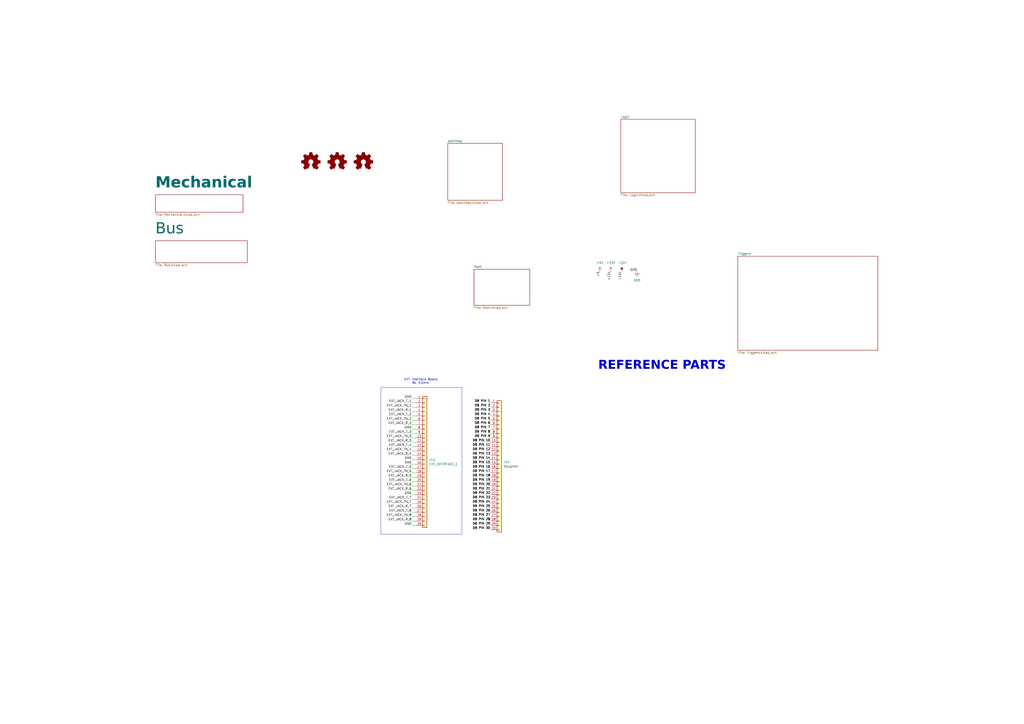
<source format=kicad_sch>
(kicad_sch (version 20231120) (generator "eeschema") (generator_version "8.0")
  (paper "A2")
  (title_block (title "Audio Thing Template") (date "2024-11-13") (rev "1.0") (company "velvia-fifty") (comment 1 "https://github.com/velvia-fifty/AudioThings") (comment 2 "You should have changed this already :)") (comment 4 "Stay humble"))
  (lib_symbols
    (symbol "Connector_Generic:Conn_01x30" (pin_names (offset 1.016) hide)
      (property "Reference" "J" (at 0 38.1 0))
      (property "Value" "Conn_01x30" (at 0 -40.64 0))
      (symbol "Conn_01x30_1_1"
        (rectangle (start -1.27 -37.973) (end 0 -38.227) (stroke (width 0.1524)))
        (rectangle (start -1.27 -35.433) (end 0 -35.687) (stroke (width 0.1524)))
        (rectangle (start -1.27 -32.893) (end 0 -33.147) (stroke (width 0.1524)))
        (rectangle (start -1.27 -30.353) (end 0 -30.607) (stroke (width 0.1524)))
        (rectangle (start -1.27 -27.813) (end 0 -28.067) (stroke (width 0.1524)))
        (rectangle (start -1.27 -25.273) (end 0 -25.527) (stroke (width 0.1524)))
        (rectangle (start -1.27 -22.733) (end 0 -22.987) (stroke (width 0.1524)))
        (rectangle (start -1.27 -20.193) (end 0 -20.447) (stroke (width 0.1524)))
        (rectangle (start -1.27 -17.653) (end 0 -17.907) (stroke (width 0.1524)))
        (rectangle (start -1.27 -15.113) (end 0 -15.367) (stroke (width 0.1524)))
        (rectangle (start -1.27 -12.573) (end 0 -12.827) (stroke (width 0.1524)))
        (rectangle (start -1.27 -10.033) (end 0 -10.287) (stroke (width 0.1524)))
        (rectangle (start -1.27 -7.493) (end 0 -7.747) (stroke (width 0.1524)))
        (rectangle (start -1.27 -4.953) (end 0 -5.207) (stroke (width 0.1524)))
        (rectangle (start -1.27 -2.413) (end 0 -2.667) (stroke (width 0.1524)))
        (rectangle (start -1.27 0.127) (end 0 -0.127) (stroke (width 0.1524)))
        (rectangle (start -1.27 2.667) (end 0 2.413) (stroke (width 0.1524)))
        (rectangle (start -1.27 5.207) (end 0 4.953) (stroke (width 0.1524)))
        (rectangle (start -1.27 7.747) (end 0 7.493) (stroke (width 0.1524)))
        (rectangle (start -1.27 10.287) (end 0 10.033) (stroke (width 0.1524)))
        (rectangle (start -1.27 12.827) (end 0 12.573) (stroke (width 0.1524)))
        (rectangle (start -1.27 15.367) (end 0 15.113) (stroke (width 0.1524)))
        (rectangle (start -1.27 17.907) (end 0 17.653) (stroke (width 0.1524)))
        (rectangle (start -1.27 20.447) (end 0 20.193) (stroke (width 0.1524)))
        (rectangle (start -1.27 22.987) (end 0 22.733) (stroke (width 0.1524)))
        (rectangle (start -1.27 25.527) (end 0 25.273) (stroke (width 0.1524)))
        (rectangle (start -1.27 28.067) (end 0 27.813) (stroke (width 0.1524)))
        (rectangle (start -1.27 30.607) (end 0 30.353) (stroke (width 0.1524)))
        (rectangle (start -1.27 33.147) (end 0 32.893) (stroke (width 0.1524)))
        (rectangle (start -1.27 35.687) (end 0 35.433) (stroke (width 0.1524)))
        (rectangle (start -1.27 36.83) (end 1.27 -39.37) (stroke (width 0.254)) (fill (type background)))
        (pin passive line (at -5.08 35.56 0) (length 3.81) (name "Pin_1") (number "1"))
        (pin passive line (at -5.08 12.7 0) (length 3.81) (name "Pin_10") (number "10"))
        (pin passive line (at -5.08 10.16 0) (length 3.81) (name "Pin_11") (number "11"))
        (pin passive line (at -5.08 7.62 0) (length 3.81) (name "Pin_12") (number "12"))
        (pin passive line (at -5.08 5.08 0) (length 3.81) (name "Pin_13") (number "13"))
        (pin passive line (at -5.08 2.54 0) (length 3.81) (name "Pin_14") (number "14"))
        (pin passive line (at -5.08 0 0) (length 3.81) (name "Pin_15") (number "15"))
        (pin passive line (at -5.08 -2.54 0) (length 3.81) (name "Pin_16") (number "16"))
        (pin passive line (at -5.08 -5.08 0) (length 3.81) (name "Pin_17") (number "17"))
        (pin passive line (at -5.08 -7.62 0) (length 3.81) (name "Pin_18") (number "18"))
        (pin passive line (at -5.08 -10.16 0) (length 3.81) (name "Pin_19") (number "19"))
        (pin passive line (at -5.08 33.02 0) (length 3.81) (name "Pin_2") (number "2"))
        (pin passive line (at -5.08 -12.7 0) (length 3.81) (name "Pin_20") (number "20"))
        (pin passive line (at -5.08 -15.24 0) (length 3.81) (name "Pin_21") (number "21"))
        (pin passive line (at -5.08 -17.78 0) (length 3.81) (name "Pin_22") (number "22"))
        (pin passive line (at -5.08 -20.32 0) (length 3.81) (name "Pin_23") (number "23"))
        (pin passive line (at -5.08 -22.86 0) (length 3.81) (name "Pin_24") (number "24"))
        (pin passive line (at -5.08 -25.4 0) (length 3.81) (name "Pin_25") (number "25"))
        (pin passive line (at -5.08 -27.94 0) (length 3.81) (name "Pin_26") (number "26"))
        (pin passive line (at -5.08 -30.48 0) (length 3.81) (name "Pin_27") (number "27"))
        (pin passive line (at -5.08 -33.02 0) (length 3.81) (name "Pin_28") (number "28"))
        (pin passive line (at -5.08 -35.56 0) (length 3.81) (name "Pin_29") (number "29"))
        (pin passive line (at -5.08 30.48 0) (length 3.81) (name "Pin_3") (number "3"))
        (pin passive line (at -5.08 -38.1 0) (length 3.81) (name "Pin_30") (number "30"))
        (pin passive line (at -5.08 27.94 0) (length 3.81) (name "Pin_4") (number "4"))
        (pin passive line (at -5.08 25.4 0) (length 3.81) (name "Pin_5") (number "5"))
        (pin passive line (at -5.08 22.86 0) (length 3.81) (name "Pin_6") (number "6"))
        (pin passive line (at -5.08 20.32 0) (length 3.81) (name "Pin_7") (number "7"))
        (pin passive line (at -5.08 17.78 0) (length 3.81) (name "Pin_8") (number "8"))
        (pin passive line (at -5.08 15.24 0) (length 3.81) (name "Pin_9") (number "9"))
      )
    )
    (symbol "Graphic:Logo_Open_Hardware_Small" (in_bom no) (on_board no)
      (symbol "Logo_Open_Hardware_Small_0_1"
        (polyline (pts (xy 3.3528 -4.3434) (xy 3.302 -4.318) (xy 3.175 -4.2418) (xy 2.9972 -4.1148) (xy 2.7686 -3.9624) (xy 2.54 -3.81) (xy 2.3622 -3.7084) (xy 2.2352 -3.6068) (xy 2.1844 -3.5814) (xy 2.159 -3.6068) (xy 2.0574 -3.6576) (xy 1.905 -3.7338) (xy 1.8034 -3.7846) (xy 1.6764 -3.8354) (xy 1.6002 -3.8354) (xy 1.6002 -3.8354) (xy 1.5494 -3.7338) (xy 1.4732 -3.5306) (xy 1.3462 -3.302) (xy 1.2446 -3.0226) (xy 1.1176 -2.7178) (xy 0.9652 -2.413) (xy 0.8636 -2.1082) (xy 0.7366 -1.8288) (xy 0.6604 -1.6256) (xy 0.6096 -1.4732) (xy 0.5842 -1.397) (xy 0.5842 -1.397) (xy 0.6604 -1.3208) (xy 0.7874 -1.2446) (xy 1.0414 -1.016) (xy 1.2954 -0.6858) (xy 1.4478 -0.3302) (xy 1.524 0.0762) (xy 1.4732 0.4572) (xy 1.3208 0.8128) (xy 1.0668 1.143) (xy 0.762 1.3716) (xy 0.4064 1.524) (xy 0 1.5748) (xy -0.381 1.5494) (xy -0.7366 1.397) (xy -1.0668 1.143) (xy -1.2192 0.9906) (xy -1.397 0.6604) (xy -1.524 0.3048) (xy -1.524 0.2286) (xy -1.4986 -0.1778) (xy -1.397 -0.5334) (xy -1.1938 -0.8636) (xy -0.9144 -1.143) (xy -0.8636 -1.1684) (xy -0.7366 -1.27) (xy -0.635 -1.3462) (xy -0.5842 -1.397) (xy -1.0668 -2.5908) (xy -1.143 -2.794) (xy -1.2954 -3.1242) (xy -1.397 -3.4036) (xy -1.4986 -3.6322) (xy -1.5748 -3.7846) (xy -1.6002 -3.8354) (xy -1.6002 -3.8354) (xy -1.651 -3.8354) (xy -1.7272 -3.81) (xy -1.905 -3.7338) (xy -2.0066 -3.683) (xy -2.1336 -3.6068) (xy -2.2098 -3.5814) (xy -2.2606 -3.6068) (xy -2.3622 -3.683) (xy -2.54 -3.81) (xy -2.7686 -3.9624) (xy -2.9718 -4.0894) (xy -3.1496 -4.2164) (xy -3.302 -4.318) (xy -3.3528 -4.3434) (xy -3.3782 -4.3434) (xy -3.429 -4.318) (xy -3.5306 -4.2164) (xy -3.7084 -4.064) (xy -3.937 -3.8354) (xy -3.9624 -3.81) (xy -4.1656 -3.6068) (xy -4.318 -3.4544) (xy -4.4196 -3.3274) (xy -4.445 -3.2766) (xy -4.445 -3.2766) (xy -4.4196 -3.2258) (xy -4.318 -3.0734) (xy -4.2164 -2.8956) (xy -4.064 -2.667) (xy -3.6576 -2.0828) (xy -3.8862 -1.5494) (xy -3.937 -1.3716) (xy -4.0386 -1.1684) (xy -4.0894 -1.0414) (xy -4.1148 -0.9652) (xy -4.191 -0.9398) (xy -4.318 -0.9144) (xy -4.5466 -0.8636) (xy -4.8006 -0.8128) (xy -5.0546 -0.7874) (xy -5.2578 -0.7366) (xy -5.4356 -0.7112) (xy -5.5118 -0.6858) (xy -5.5118 -0.6858) (xy -5.5372 -0.635) (xy -5.5372 -0.5588) (xy -5.5372 -0.4318) (xy -5.5626 -0.2286) (xy -5.5626 0.0762) (xy -5.5626 0.127) (xy -5.5372 0.4064) (xy -5.5372 0.635) (xy -5.5372 0.762) (xy -5.5372 0.8382) (xy -5.5372 0.8382) (xy -5.461 0.8382) (xy -5.3086 0.889) (xy -5.08 0.9144) (xy -4.826 0.9652) (xy -4.8006 0.9906) (xy -4.5466 1.0414) (xy -4.318 1.0668) (xy -4.1656 1.1176) (xy -4.0894 1.143) (xy -4.0894 1.143) (xy -4.0386 1.2446) (xy -3.9624 1.4224) (xy -3.8608 1.6256) (xy -3.7846 1.8288) (xy -3.7084 2.0066) (xy -3.6576 2.159) (xy -3.6322 2.2098) (xy -3.6322 2.2098) (xy -3.683 2.286) (xy -3.7592 2.413) (xy -3.8862 2.5908) (xy -4.064 2.8194) (xy -4.064 2.8448) (xy -4.2164 3.0734) (xy -4.3434 3.2512) (xy -4.4196 3.3782) (xy -4.445 3.4544) (xy -4.445 3.4544) (xy -4.3942 3.5052) (xy -4.2926 3.6322) (xy -4.1148 3.81) (xy -3.937 4.0132) (xy -3.8608 4.064) (xy -3.6576 4.2926) (xy -3.5052 4.4196) (xy -3.4036 4.4958) (xy -3.3528 4.5212) (xy -3.3528 4.5212) (xy -3.302 4.4704) (xy -3.1496 4.3688) (xy -2.9718 4.2418) (xy -2.7432 4.0894) (xy -2.7178 4.0894) (xy -2.4892 3.937) (xy -2.3114 3.81) (xy -2.1844 3.7084) (xy -2.1336 3.683) (xy -2.1082 3.683) (xy -2.032 3.7084) (xy -1.8542 3.7592) (xy -1.6764 3.8354) (xy -1.4732 3.937) (xy -1.27 4.0132) (xy -1.143 4.064) (xy -1.0668 4.1148) (xy -1.0668 4.1148) (xy -1.0414 4.191) (xy -1.016 4.3434) (xy -0.9652 4.572) (xy -0.9144 4.8514) (xy -0.889 4.9022) (xy -0.8382 5.1562) (xy -0.8128 5.3848) (xy -0.7874 5.5372) (xy -0.762 5.588) (xy -0.7112 5.6134) (xy -0.5842 5.6134) (xy -0.4064 5.6134) (xy -0.1524 5.6134) (xy 0.0762 5.6134) (xy 0.3302 5.6134) (xy 0.5334 5.6134) (xy 0.6858 5.588) (xy 0.7366 5.588) (xy 0.7366 5.588) (xy 0.762 5.5118) (xy 0.8128 5.334) (xy 0.8382 5.1054) (xy 0.9144 4.826) (xy 0.9144 4.7752) (xy 0.9652 4.5212) (xy 1.016 4.2926) (xy 1.0414 4.1402) (xy 1.0668 4.0894) (xy 1.0668 4.0894) (xy 1.1938 4.0386) (xy 1.3716 3.9624) (xy 1.5748 3.8608) (xy 2.0828 3.6576) (xy 2.7178 4.0894) (xy 2.7686 4.1402) (xy 2.9972 4.2926) (xy 3.175 4.4196) (xy 3.302 4.4958) (xy 3.3782 4.5212) (xy 3.3782 4.5212) (xy 3.429 4.4704) (xy 3.556 4.3434) (xy 3.7338 4.191) (xy 3.9116 3.9878) (xy 4.064 3.8354) (xy 4.2418 3.6576) (xy 4.3434 3.556) (xy 4.4196 3.4798) (xy 4.4196 3.429) (xy 4.4196 3.4036) (xy 4.3942 3.3274) (xy 4.2926 3.2004) (xy 4.1656 2.9972) (xy 4.0132 2.794) (xy 3.8862 2.5908) (xy 3.7592 2.3876) (xy 3.6576 2.2352) (xy 3.6322 2.159) (xy 3.6322 2.1336) (xy 3.683 2.0066) (xy 3.7592 1.8288) (xy 3.8608 1.6002) (xy 4.064 1.1176) (xy 4.3942 1.0414) (xy 4.5974 1.016) (xy 4.8768 0.9652) (xy 5.1308 0.9144) (xy 5.5372 0.8382) (xy 5.5626 -0.6604) (xy 5.4864 -0.6858) (xy 5.4356 -0.6858) (xy 5.2832 -0.7366) (xy 5.0546 -0.762) (xy 4.8006 -0.8128) (xy 4.5974 -0.8636) (xy 4.3688 -0.9144) (xy 4.2164 -0.9398) (xy 4.1402 -0.9398) (xy 4.1148 -0.9652) (xy 4.064 -1.0668) (xy 3.9878 -1.2446) (xy 3.9116 -1.4478) (xy 3.81 -1.651) (xy 3.7338 -1.8542) (xy 3.683 -2.0066) (xy 3.6576 -2.0828) (xy 3.683 -2.1336) (xy 3.7846 -2.2606) (xy 3.8862 -2.4638) (xy 4.0386 -2.667) (xy 4.191 -2.8956) (xy 4.318 -3.0734) (xy 4.3942 -3.2004) (xy 4.445 -3.2766) (xy 4.4196 -3.3274) (xy 4.3434 -3.429) (xy 4.1656 -3.5814) (xy 3.937 -3.8354) (xy 3.8862 -3.8608) (xy 3.683 -4.064) (xy 3.5306 -4.2164) (xy 3.4036 -4.318) (xy 3.3528 -4.3434)) (fill (type outline)))
      )
    )
    (symbol "power:+12V" (power) (pin_numbers hide) (pin_names (offset 0) hide)
      (property "Value" "+12V" (at 0 3.556 0))
      (symbol "+12V_0_1"
        (polyline (pts (xy -0.762 1.27) (xy 0 2.54)))
        (polyline (pts (xy 0 0) (xy 0 2.54)))
        (polyline (pts (xy 0 2.54) (xy 0.762 1.27)))
      )
      (symbol "+12V_1_1"
        (pin power_in line (at 0 0 90) (length 0) (name "~") (number "1"))
      )
    )
    (symbol "power:+5V" (power) (pin_numbers hide) (pin_names (offset 0) hide)
      (property "Value" "+5V" (at 0 3.556 0))
      (symbol "+5V_0_1"
        (polyline (pts (xy -0.762 1.27) (xy 0 2.54)))
        (polyline (pts (xy 0 0) (xy 0 2.54)))
        (polyline (pts (xy 0 2.54) (xy 0.762 1.27)))
      )
      (symbol "+5V_1_1"
        (pin power_in line (at 0 0 90) (length 0) (name "~") (number "1"))
      )
    )
    (symbol "power:-12V" (power) (pin_numbers hide) (pin_names (offset 0) hide)
      (property "Value" "-12V" (at 0 3.556 0))
      (symbol "-12V_0_0"
        (pin power_in line (at 0 0 90) (length 0) (name "~") (number "1"))
      )
      (symbol "-12V_0_1"
        (polyline (pts (xy 0 0) (xy 0 1.27) (xy 0.762 1.27) (xy 0 2.54) (xy -0.762 1.27) (xy 0 1.27)) (fill (type outline)))
      )
    )
    (symbol "power:GND" (power) (pin_numbers hide) (pin_names (offset 0) hide)
      (property "Value" "GND" (at 0 -3.81 0))
      (symbol "GND_0_1"
        (polyline (pts (xy 0 0) (xy 0 -1.27) (xy 1.27 -1.27) (xy 0 -2.54) (xy -1.27 -1.27) (xy 0 -1.27)))
      )
      (symbol "GND_1_1"
        (pin power_in line (at 0 0 270) (length 0) (name "~") (number "1"))
      )
    )
  )
  (wire (pts (xy 241.3 284.48) (xy 238.76 284.48)))
  (wire (pts (xy 241.3 261.62) (xy 238.76 261.62)))
  (wire (pts (xy 241.3 289.56) (xy 238.76 289.56)))
  (wire (pts (xy 241.3 271.78) (xy 238.76 271.78)))
  (wire (pts (xy 241.3 231.14) (xy 238.76 231.14)))
  (wire (pts (xy 241.3 233.68) (xy 238.76 233.68)))
  (wire (pts (xy 241.3 251.46) (xy 238.76 251.46)))
  (wire (pts (xy 241.3 266.7) (xy 238.76 266.7)))
  (wire (pts (xy 241.3 256.54) (xy 238.76 256.54)))
  (wire (pts (xy 241.3 238.76) (xy 238.76 238.76)))
  (wire (pts (xy 241.3 254) (xy 238.76 254)))
  (wire (pts (xy 241.3 259.08) (xy 238.76 259.08)))
  (wire (pts (xy 241.3 248.92) (xy 238.76 248.92)))
  (wire (pts (xy 241.3 241.3) (xy 238.76 241.3)))
  (wire (pts (xy 241.3 236.22) (xy 238.76 236.22)))
  (wire (pts (xy 241.3 264.16) (xy 238.76 264.16)))
  (wire (pts (xy 241.3 304.8) (xy 238.76 304.8)))
  (wire (pts (xy 241.3 281.94) (xy 238.76 281.94)))
  (wire (pts (xy 241.3 279.4) (xy 238.76 279.4)))
  (wire (pts (xy 241.3 274.32) (xy 238.76 274.32)))
  (wire (pts (xy 241.3 243.84) (xy 238.76 243.84)))
  (wire (pts (xy 241.3 297.18) (xy 238.76 297.18)))
  (wire (pts (xy 241.3 269.24) (xy 238.76 269.24)))
  (wire (pts (xy 241.3 299.72) (xy 238.76 299.72)))
  (wire (pts (xy 241.3 302.26) (xy 238.76 302.26)))
  (wire (pts (xy 241.3 294.64) (xy 238.76 294.64)))
  (wire (pts (xy 241.3 276.86) (xy 238.76 276.86)))
  (wire (pts (xy 241.3 246.38) (xy 238.76 246.38)))
  (wire (pts (xy 241.3 287.02) (xy 238.76 287.02)))
  (wire (pts (xy 241.3 292.1) (xy 238.76 292.1)))
  (rectangle (start 220.98 224.79) (end 267.97 309.88))
  (text "REFERENCE PARTS" (at 384.048 213.36 0) (effects (font (size 5.08 5.08) (thickness 1.016) (bold yes))))
  (text "EXT Interface Board\n8x 3.5mm" (at 244.094 221.234 0) (effects (font (size 1.27 1.27))))
  (label "+5" (at 347.98 157.48 270))
  (label "EXT_JACK_TN_1" (at 238.76 236.22 180))
  (label "GND" (at 238.76 266.7 180))
  (label "EXT_JACK_T_4" (at 238.76 259.08 180))
  (label "GND" (at 238.76 231.14 180))
  (label "DB PIN 8" (at 284.48 251.46 180) (effects (font (thickness 0.254) (bold yes))))
  (label "DB PIN 28" (at 284.48 302.26 180) (effects (font (thickness 0.254) (bold yes))))
  (label "DB PIN 20" (at 284.48 281.94 180) (effects (font (thickness 0.254) (bold yes))))
  (label "DB PIN 11" (at 284.48 259.08 180) (effects (font (thickness 0.254) (bold yes))))
  (label "EXT_JACK_T_3" (at 238.76 251.46 180))
  (label "GND" (at 238.76 248.92 180))
  (label "EXT_JACK_TN_4" (at 238.76 261.62 180))
  (label "DB PIN 14" (at 284.48 266.7 180) (effects (font (thickness 0.254) (bold yes))))
  (label "DB PIN 24" (at 284.48 292.1 180) (effects (font (thickness 0.254) (bold yes))))
  (label "EXT_JACK_R_3" (at 238.76 256.54 180))
  (label "DB PIN 3" (at 284.48 238.76 180) (effects (font (thickness 0.254) (bold yes))))
  (label "DB PIN 13" (at 284.48 264.16 180) (effects (font (thickness 0.254) (bold yes))))
  (label "-12v" (at 360.68 157.48 270))
  (label "DB PIN 18" (at 284.48 276.86 180) (effects (font (thickness 0.254) (bold yes))))
  (label "EXT_JACK_R_2" (at 238.76 246.38 180))
  (label "EXT_JACK_R_8" (at 238.76 302.26 180))
  (label "GND" (at 369.57 157.48 180))
  (label "EXT_JACK_T_2" (at 238.76 241.3 180))
  (label "GND" (at 238.76 287.02 180))
  (label "EXT_JACK_T_5" (at 238.76 271.78 180))
  (label "EXT_JACK_TN_7" (at 238.76 292.1 180))
  (label "DB PIN 10" (at 284.48 256.54 180) (effects (font (thickness 0.254) (bold yes))))
  (label "DB PIN 30" (at 284.48 307.34 180) (effects (font (thickness 0.254) (bold yes))))
  (label "EXT_JACK_TN_5" (at 238.76 274.32 180))
  (label "EXT_JACK_TN_2" (at 238.76 243.84 180))
  (label "EXT_JACK_TN_8" (at 238.76 299.72 180))
  (label "EXT_JACK_R_7" (at 238.76 294.64 180))
  (label "DB PIN 7" (at 284.48 248.92 180) (effects (font (thickness 0.254) (bold yes))))
  (label "DB PIN 9" (at 284.48 254 180) (effects (font (thickness 0.254) (bold yes))))
  (label "EXT_JACK_R_4" (at 238.76 264.16 180))
  (label "DB PIN 1" (at 284.48 233.68 180) (effects (font (thickness 0.254) (bold yes))))
  (label "DB PIN 2" (at 284.48 236.22 180) (effects (font (thickness 0.254) (bold yes))))
  (label "GND" (at 238.76 269.24 180))
  (label "GND" (at 238.76 304.8 180))
  (label "DB PIN 15" (at 284.48 269.24 180) (effects (font (thickness 0.254) (bold yes))))
  (label "DB PIN 19" (at 284.48 279.4 180) (effects (font (thickness 0.254) (bold yes))))
  (label "EXT_JACK_TN_6" (at 238.76 281.94 180))
  (label "DB PIN 21" (at 284.48 284.48 180) (effects (font (thickness 0.254) (bold yes))))
  (label "DB PIN 4" (at 284.48 241.3 180) (effects (font (thickness 0.254) (bold yes))))
  (label "DB PIN 25" (at 284.48 294.64 180) (effects (font (thickness 0.254) (bold yes))))
  (label "DB PIN 12" (at 284.48 261.62 180) (effects (font (thickness 0.254) (bold yes))))
  (label "DB PIN 29" (at 284.48 304.8 180) (effects (font (thickness 0.254) (bold yes))))
  (label "DB PIN 22" (at 284.48 287.02 180) (effects (font (thickness 0.254) (bold yes))))
  (label "EXT_JACK_R_1" (at 238.76 238.76 180))
  (label "EXT_JACK_R_6" (at 238.76 284.48 180))
  (label "EXT_JACK_T_6" (at 238.76 279.4 180))
  (label "DB PIN 6" (at 284.48 246.38 180) (effects (font (thickness 0.254) (bold yes))))
  (label "EXT_JACK_TN_3" (at 238.76 254 180))
  (label "+12v" (at 354.33 157.48 270))
  (label "DB PIN 16" (at 284.48 271.78 180) (effects (font (thickness 0.254) (bold yes))))
  (label "DB PIN 23" (at 284.48 289.56 180) (effects (font (thickness 0.254) (bold yes))))
  (label "EXT_JACK_T_8" (at 238.76 297.18 180))
  (label "EXT_JACK_T_1" (at 238.76 233.68 180))
  (label "EXT_JACK_R_5" (at 238.76 276.86 180))
  (label "DB PIN 5" (at 284.48 243.84 180) (effects (font (thickness 0.254) (bold yes))))
  (label "DB PIN 17" (at 284.48 274.32 180) (effects (font (thickness 0.254) (bold yes))))
  (label "DB PIN 27" (at 284.48 299.72 180) (effects (font (thickness 0.254) (bold yes))))
  (label "EXT_JACK_T_7" (at 238.76 289.56 180))
  (label "DB PIN 26" (at 284.48 297.18 180) (effects (font (thickness 0.254) (bold yes))))
  (symbol (lib_id "power:-12V") (at 360.68 157.48 0) (unit 1)
    (property "Reference" "#PWR023" (effects (hide yes)))
    (property "Value" "-12V" (at 360.68 152.4 0))
    (property "Description" "Power symbol creates a global label with name \"-12V\"" (effects (hide yes)))
  )
  (symbol (lib_id "Graphic:Logo_Open_Hardware_Small") (at 210.82 93.98 0) (unit 1) (exclude_from_sim yes) (in_bom no) (on_board no)
    (property "Reference" "#SYM3" (effects (hide yes)))
    (property "Value" "CC" (effects (hide yes)))
    (property "Footprint" "Symbol:Symbol_CreativeCommons_SilkScreenTop_Type2_Big" (effects (hide yes)))
    (property "Description" "CC" (effects (hide yes)))
  )
  (symbol (lib_id "power:+5V") (at 347.98 157.48 0) (unit 1)
    (property "Reference" "#PWR021" (effects (hide yes)))
    (property "Value" "+5V" (at 347.98 152.4 0))
    (property "Description" "Power symbol creates a global label with name \"+5V\"" (effects (hide yes)))
  )
  (symbol (lib_id "Connector_Generic:Conn_01x30") (at 289.56 269.24 0) (unit 1) (on_board no)
    (property "Reference" "J14" (at 292.1 267.9699 0) (effects (justify left)))
    (property "Value" "Daughter" (at 292.1 270.5099 0) (effects (justify left)))
    (property "Footprint" "AT-Footprints:AMPHENOL_SFV30R-4STE1HLF - FFC - 30 RA" (effects (hide yes)))
    (property "Description" "Generic connector, single row, 01x30, script generated (kicad-library-utils/schlib/autogen/connector/)" (effects (hide yes)))
  )
  (symbol (lib_id "power:GND") (at 369.57 157.48 0) (unit 1)
    (property "Reference" "#PWR024" (effects (hide yes)))
    (property "Value" "GND" (at 369.57 162.56 0))
    (property "Description" "Power symbol creates a global label with name \"GND\" , ground" (effects (hide yes)))
  )
  (symbol (lib_id "power:+12V") (at 354.33 157.48 0) (unit 1)
    (property "Reference" "#PWR022" (effects (hide yes)))
    (property "Value" "+12V" (at 354.33 152.4 0))
    (property "Description" "Power symbol creates a global label with name \"+12V\"" (effects (hide yes)))
  )
  (symbol (lib_id "Graphic:Logo_Open_Hardware_Small") (at 195.58 93.98 0) (unit 1) (exclude_from_sim yes) (in_bom no) (on_board no)
    (property "Reference" "#SYM2" (effects (hide yes)))
    (property "Value" "Logo Kicad" (effects (hide yes)))
    (property "Footprint" "Symbol:KiCad-Logo2_5mm_SilkScreen" (effects (hide yes)))
    (property "Description" "Logo Kicadx" (effects (hide yes)))
  )
  (symbol (lib_id "Graphic:Logo_Open_Hardware_Small") (at 180.34 93.98 0) (unit 1) (exclude_from_sim yes) (in_bom no)
    (property "Reference" "#SYM1" (effects (hide yes)))
    (property "Value" "Logo_Open_Hardware_Small" (effects (hide yes)))
    (property "Footprint" "Symbol:OSHW-Logo2_7.3x6mm_SilkScreen" (effects (hide yes)))
    (property "Description" "Open Hardware logo, small" (effects (hide yes)))
  )
  (symbol (lib_id "Connector_Generic:Conn_01x30") (at 246.38 266.7 0) (unit 1) (on_board no)
    (property "Reference" "J11" (at 248.92 266.6999 0) (effects (justify left)))
    (property "Value" "EXT_INTERFACE_1" (at 248.92 269.2399 0) (effects (justify left)))
    (property "Footprint" "AT-Footprints:AMPHENOL_SFV30R-4STE1HLF - FFC - 30 RA" (effects (hide yes)))
    (property "Description" "Generic connector, single row, 01x30, script generated (kicad-library-utils/schlib/autogen/connector/)" (effects (hide yes)))
  )
  (sheet (at 259.715 83.185) (size 31.75 33.02) (stroke (width 0.1524))
    (property "Sheetname" "patchbay" (at 259.715 82.4734 0) (effects (justify left bottom)))
    (property "Sheetfile" "patchbay.kicad_sch" (at 259.715 116.7896 0) (effects (justify left top)))
  )
  (sheet (at 427.99 148.59) (size 81.28 54.61) (stroke (width 0.1524))
    (property "Sheetname" "Triggers" (at 427.99 147.8784 0) (effects (justify left bottom)))
    (property "Sheetfile" "Triggers.kicad_sch" (at 427.99 203.7846 0) (effects (justify left top)))
  )
  (sheet (at 274.955 156.21) (size 32.385 20.955) (stroke (width 0.1524))
    (property "Sheetname" "Math" (at 274.955 155.4984 0) (effects (justify left bottom)))
    (property "Sheetfile" "Math.kicad_sch" (at 274.955 177.7496 0) (effects (justify left top)))
  )
  (sheet (at 90.17 113.03) (size 50.8 10.16) (stroke (width 0.1524))
    (property "Sheetname" "Mechanical" (at 90.17 109.7784 0) (effects (font (size 6.35 6.35) (thickness 1.27) (bold yes)) (justify left bottom)))
    (property "Sheetfile" "Mechanical.kicad_sch" (at 90.17 123.7746 0) (effects (justify left top)))
  )
  (sheet (at 360.045 69.215) (size 43.18 42.545) (stroke (width 0.1524))
    (property "Sheetname" "Logic" (at 360.045 68.5034 0) (effects (justify left bottom)))
    (property "Sheetfile" "Logic.kicad_sch" (at 360.045 112.3446 0) (effects (justify left top)))
  )
  (sheet (at 90.17 139.7) (size 53.34 12.7) (stroke (width 0.1524))
    (property "Sheetname" "Bus" (at 90.17 136.4484 0) (effects (font (size 6.35 6.35)) (justify left bottom)))
    (property "Sheetfile" "Bus.kicad_sch" (at 90.17 152.9846 0) (effects (justify left top)))
  )
)
</source>
